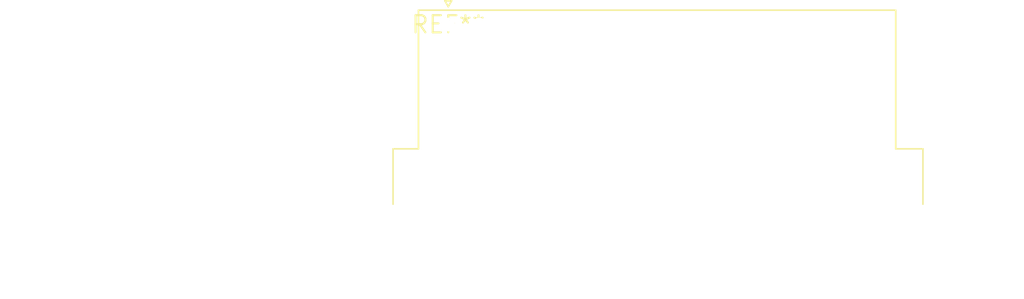
<source format=kicad_pcb>
(kicad_pcb (version 20240108) (generator pcbnew)
  (layers (0 "F.Cu" signal) (31 "B.Cu" signal) (34 "B.Paste" user) (35 "F.Paste" user) (36 "B.SilkS" user "B.Silkscreen") (37 "F.SilkS" user "F.Silkscreen") (38 "B.Mask" user) (39 "F.Mask" user) (44 "Edge.Cuts" user))
  (net 0 "")
  (footprint "DSUB-44-HD_Male_Horizontal_P2.29x1.98mm_EdgePinOffset9.40mm" (layer "F.Cu") (at 0 0)
    (property "Reference" "REF**")
    (property "Value" "DSUB-44-HD_Male_Horizontal_P2.29x1.98mm_EdgePinOffset9.40mm")
    (fp_line (start -4.085 9.2) (end -2.205 9.2) (layer "F.SilkS") (stroke (width 0.12)))
    (fp_line (start -4.085 13.3) (end -4.085 9.2) (layer "F.SilkS") (stroke (width 0.12)))
    (fp_line (start -2.205 -1.06) (end 33.12 -1.06) (layer "F.SilkS") (stroke (width 0.12)))
    (fp_line (start -2.205 9.2) (end -2.205 -1.06) (layer "F.SilkS") (stroke (width 0.12)))
    (fp_line (start -0.25 -1.754338) (end 0.25 -1.754338) (layer "F.SilkS") (stroke (width 0.12)))
    (fp_line (start 0 -1.321325) (end -0.25 -1.754338) (layer "F.SilkS") (stroke (width 0.12)))
    (fp_line (start 0.25 -1.754338) (end 0 -1.321325) (layer "F.SilkS") (stroke (width 0.12)))
    (fp_line (start 33.12 -1.06) (end 33.12 9.2) (layer "F.SilkS") (stroke (width 0.12)))
    (fp_line (start 33.12 9.2) (end 35.135 9.2) (layer "F.SilkS") (stroke (width 0.12)))
    (fp_line (start 35.135 9.2) (end 35.135 13.3) (layer "F.SilkS") (stroke (width 0.12)))
    (pad "1" thru_hole rect (at 0 0) (size 1.6 1.6) (drill 1) (layers *.Cu *.Mask) (remove_unused_layers))
    (pad "2" thru_hole circle (at 2.29 0) (size 1.6 1.6) (drill 1) (layers *.Cu *.Mask) (remove_unused_layers))
    (pad "3" thru_hole circle (at 4.58 0) (size 1.6 1.6) (drill 1) (layers *.Cu *.Mask) (remove_unused_layers))
    (pad "4" thru_hole circle (at 6.87 0) (size 1.6 1.6) (drill 1) (layers *.Cu *.Mask) (remove_unused_layers))
    (pad "5" thru_hole circle (at 9.16 0) (size 1.6 1.6) (drill 1) (layers *.Cu *.Mask) (remove_unused_layers))
    (pad "6" thru_hole circle (at 11.45 0) (size 1.6 1.6) (drill 1) (layers *.Cu *.Mask) (remove_unused_layers))
    (pad "7" thru_hole circle (at 13.74 0) (size 1.6 1.6) (drill 1) (layers *.Cu *.Mask) (remove_unused_layers))
    (pad "8" thru_hole circle (at 16.03 0) (size 1.6 1.6) (drill 1) (layers *.Cu *.Mask) (remove_unused_layers))
    (pad "9" thru_hole circle (at 18.32 0) (size 1.6 1.6) (drill 1) (layers *.Cu *.Mask) (remove_unused_layers))
    (pad "10" thru_hole circle (at 20.61 0) (size 1.6 1.6) (drill 1) (layers *.Cu *.Mask) (remove_unused_layers))
    (pad "11" thru_hole circle (at 22.9 0) (size 1.6 1.6) (drill 1) (layers *.Cu *.Mask) (remove_unused_layers))
    (pad "12" thru_hole circle (at 25.19 0) (size 1.6 1.6) (drill 1) (layers *.Cu *.Mask) (remove_unused_layers))
    (pad "13" thru_hole circle (at 27.48 0) (size 1.6 1.6) (drill 1) (layers *.Cu *.Mask) (remove_unused_layers))
    (pad "14" thru_hole circle (at 29.77 0) (size 1.6 1.6) (drill 1) (layers *.Cu *.Mask) (remove_unused_layers))
    (pad "15" thru_hole circle (at 32.06 0) (size 1.6 1.6) (drill 1) (layers *.Cu *.Mask) (remove_unused_layers))
    (pad "16" thru_hole circle (at -1.145 1.98) (size 1.6 1.6) (drill 1) (layers *.Cu *.Mask) (remove_unused_layers))
    (pad "17" thru_hole circle (at 1.145 1.98) (size 1.6 1.6) (drill 1) (layers *.Cu *.Mask) (remove_unused_layers))
    (pad "18" thru_hole circle (at 3.435 1.98) (size 1.6 1.6) (drill 1) (layers *.Cu *.Mask) (remove_unused_layers))
    (pad "19" thru_hole circle (at 5.725 1.98) (size 1.6 1.6) (drill 1) (layers *.Cu *.Mask) (remove_unused_layers))
    (pad "20" thru_hole circle (at 8.015 1.98) (size 1.6 1.6) (drill 1) (layers *.Cu *.Mask) (remove_unused_layers))
    (pad "21" thru_hole circle (at 10.305 1.98) (size 1.6 1.6) (drill 1) (layers *.Cu *.Mask) (remove_unused_layers))
    (pad "22" thru_hole circle (at 12.595 1.98) (size 1.6 1.6) (drill 1) (layers *.Cu *.Mask) (remove_unused_layers))
    (pad "23" thru_hole circle (at 14.885 1.98) (size 1.6 1.6) (drill 1) (layers *.Cu *.Mask) (remove_unused_layers))
    (pad "24" thru_hole circle (at 17.175 1.98) (size 1.6 1.6) (drill 1) (layers *.Cu *.Mask) (remove_unused_layers))
    (pad "25" thru_hole circle (at 19.465 1.98) (size 1.6 1.6) (drill 1) (layers *.Cu *.Mask) (remove_unused_layers))
    (pad "26" thru_hole circle (at 21.755 1.98) (size 1.6 1.6) (drill 1) (layers *.Cu *.Mask) (remove_unused_layers))
    (pad "27" thru_hole circle (at 24.045 1.98) (size 1.6 1.6) (drill 1) (layers *.Cu *.Mask) (remove_unused_layers))
    (pad "28" thru_hole circle (at 26.335 1.98) (size 1.6 1.6) (drill 1) (layers *.Cu *.Mask) (remove_unused_layers))
    (pad "29" thru_hole circle (at 28.625 1.98) (size 1.6 1.6) (drill 1) (layers *.Cu *.Mask) (remove_unused_layers))
    (pad "30" thru_hole circle (at 30.915 1.98) (size 1.6 1.6) (drill 1) (layers *.Cu *.Mask) (remove_unused_layers))
    (pad "31" thru_hole circle (at 0 3.96) (size 1.6 1.6) (drill 1) (layers *.Cu *.Mask) (remove_unused_layers))
    (pad "32" thru_hole circle (at 2.29 3.96) (size 1.6 1.6) (drill 1) (layers *.Cu *.Mask) (remove_unused_layers))
    (pad "33" thru_hole circle (at 4.58 3.96) (size 1.6 1.6) (drill 1) (layers *.Cu *.Mask) (remove_unused_layers))
    (pad "34" thru_hole circle (at 6.87 3.96) (size 1.6 1.6) (drill 1) (layers *.Cu *.Mask) (remove_unused_layers))
    (pad "35" thru_hole circle (at 9.16 3.96) (size 1.6 1.6) (drill 1) (layers *.Cu *.Mask) (remove_unused_layers))
    (pad "36" thru_hole circle (at 11.45 3.96) (size 1.6 1.6) (drill 1) (layers *.Cu *.Mask) (remove_unused_layers))
    (pad "37" thru_hole circle (at 13.74 3.96) (size 1.6 1.6) (drill 1) (layers *.Cu *.Mask) (remove_unused_layers))
    (pad "38" thru_hole circle (at 16.03 3.96) (size 1.6 1.6) (drill 1) (layers *.Cu *.Mask) (remove_unused_layers))
    (pad "39" thru_hole circle (at 18.32 3.96) (size 1.6 1.6) (drill 1) (layers *.Cu *.Mask) (remove_unused_layers))
    (pad "40" thru_hole circle (at 20.61 3.96) (size 1.6 1.6) (drill 1) (layers *.Cu *.Mask) (remove_unused_layers))
    (pad "41" thru_hole circle (at 22.9 3.96) (size 1.6 1.6) (drill 1) (layers *.Cu *.Mask) (remove_unused_layers))
    (pad "42" thru_hole circle (at 25.19 3.96) (size 1.6 1.6) (drill 1) (layers *.Cu *.Mask) (remove_unused_layers))
    (pad "43" thru_hole circle (at 27.48 3.96) (size 1.6 1.6) (drill 1) (layers *.Cu *.Mask) (remove_unused_layers))
    (pad "44" thru_hole circle (at 29.77 3.96) (size 1.6 1.6) (drill 1) (layers *.Cu *.Mask) (remove_unused_layers))
  )
)
</source>
